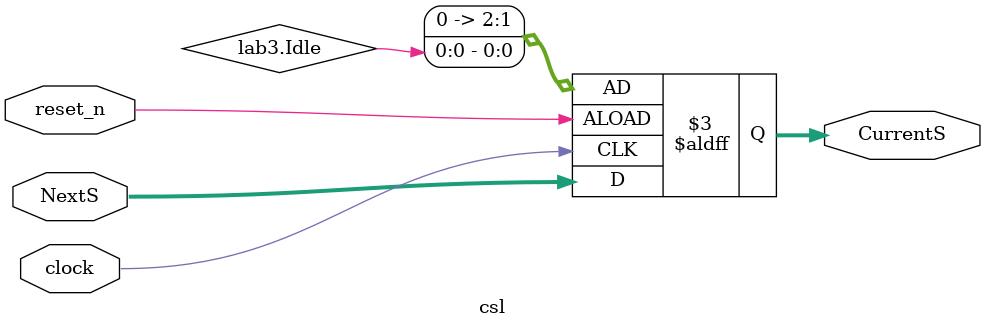
<source format=v>
module csl(
    input clock,
    input reset_n,
    input [2:0] NextS,
    output reg [2:0] CurrentS
);

always @(posedge clock or negedge reset_n)
    if (reset_n == 0)
        CurrentS = lab3.Idle;
    else
        CurrentS = NextS;

endmodule
</source>
